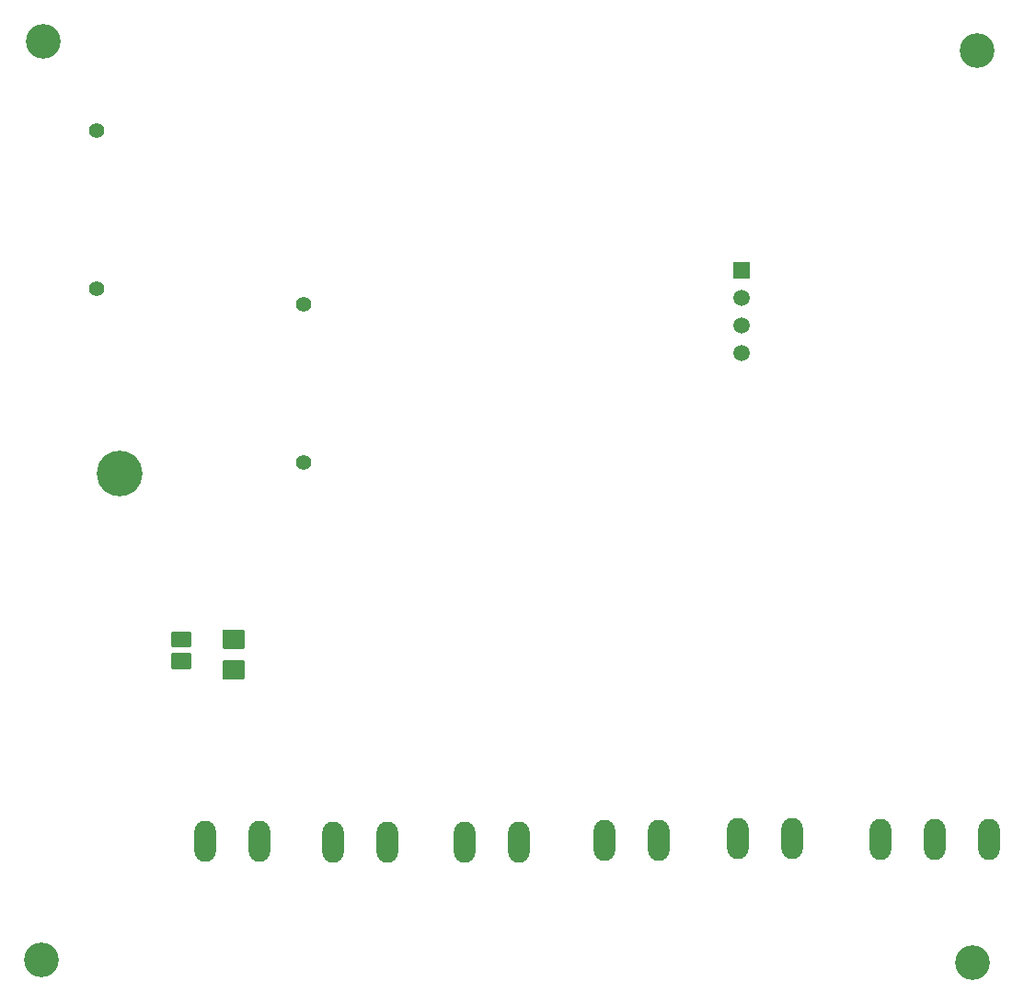
<source format=gbr>
%TF.GenerationSoftware,KiCad,Pcbnew,(5.1.9)-1*%
%TF.CreationDate,2021-09-03T15:16:11+00:00*%
%TF.ProjectId,CZTBoardV3,435a5442-6f61-4726-9456-332e6b696361,rev?*%
%TF.SameCoordinates,Original*%
%TF.FileFunction,Soldermask,Bot*%
%TF.FilePolarity,Negative*%
%FSLAX46Y46*%
G04 Gerber Fmt 4.6, Leading zero omitted, Abs format (unit mm)*
G04 Created by KiCad (PCBNEW (5.1.9)-1) date 2021-09-03 15:16:11*
%MOMM*%
%LPD*%
G01*
G04 APERTURE LIST*
%ADD10C,4.203200*%
%ADD11C,1.422400*%
%ADD12C,3.200000*%
%ADD13O,1.993900X3.784600*%
%ADD14C,1.500000*%
%ADD15R,1.500000X1.500000*%
G04 APERTURE END LIST*
D10*
%TO.C,U1*%
X124090000Y-109530000D03*
D11*
X122026400Y-92579500D03*
X122026400Y-77974500D03*
X141020000Y-108582500D03*
X141020000Y-93977500D03*
%TD*%
D12*
%TO.C,REF\u002A\u002A*%
X203030000Y-70660000D03*
%TD*%
%TO.C,REF\u002A\u002A*%
X116950000Y-154380000D03*
%TD*%
%TO.C,REF\u002A\u002A*%
X202620000Y-154620000D03*
%TD*%
%TO.C,REF\u002A\u002A*%
X117110000Y-69760000D03*
%TD*%
D13*
%TO.C,X6*%
X204090000Y-143240000D03*
X199090000Y-143240000D03*
X194090000Y-143240000D03*
%TD*%
%TO.C,X5*%
X185990000Y-143220000D03*
X180990000Y-143220000D03*
%TD*%
%TO.C,X4*%
X173690000Y-143320000D03*
X168690000Y-143320000D03*
%TD*%
%TO.C,X3*%
X160890000Y-143520000D03*
X155890000Y-143520000D03*
%TD*%
%TO.C,X2*%
X148790000Y-143520000D03*
X143790000Y-143520000D03*
%TD*%
%TO.C,X1*%
X136990000Y-143450000D03*
X131990000Y-143450000D03*
%TD*%
D14*
%TO.C,U4*%
X181350000Y-98440000D03*
X181350000Y-95900000D03*
X181350000Y-93360000D03*
D15*
X181350000Y-90820000D03*
%TD*%
%TO.C,R20*%
G36*
G01*
X135491500Y-128573600D02*
X133688500Y-128573600D01*
G75*
G02*
X133586900Y-128472000I0J101600D01*
G01*
X133586900Y-126872000D01*
G75*
G02*
X133688500Y-126770400I101600J0D01*
G01*
X135491500Y-126770400D01*
G75*
G02*
X135593100Y-126872000I0J-101600D01*
G01*
X135593100Y-128472000D01*
G75*
G02*
X135491500Y-128573600I-101600J0D01*
G01*
G37*
G36*
G01*
X135491500Y-125729600D02*
X133688500Y-125729600D01*
G75*
G02*
X133586900Y-125628000I0J101600D01*
G01*
X133586900Y-124028000D01*
G75*
G02*
X133688500Y-123926400I101600J0D01*
G01*
X135491500Y-123926400D01*
G75*
G02*
X135593100Y-124028000I0J-101600D01*
G01*
X135593100Y-125628000D01*
G75*
G02*
X135491500Y-125729600I-101600J0D01*
G01*
G37*
%TD*%
%TO.C,C10*%
G36*
G01*
X130590000Y-125601600D02*
X128990000Y-125601600D01*
G75*
G02*
X128888400Y-125500000I0J101600D01*
G01*
X128888400Y-124200000D01*
G75*
G02*
X128990000Y-124098400I101600J0D01*
G01*
X130590000Y-124098400D01*
G75*
G02*
X130691600Y-124200000I0J-101600D01*
G01*
X130691600Y-125500000D01*
G75*
G02*
X130590000Y-125601600I-101600J0D01*
G01*
G37*
G36*
G01*
X130590000Y-127601600D02*
X128990000Y-127601600D01*
G75*
G02*
X128888400Y-127500000I0J101600D01*
G01*
X128888400Y-126200000D01*
G75*
G02*
X128990000Y-126098400I101600J0D01*
G01*
X130590000Y-126098400D01*
G75*
G02*
X130691600Y-126200000I0J-101600D01*
G01*
X130691600Y-127500000D01*
G75*
G02*
X130590000Y-127601600I-101600J0D01*
G01*
G37*
%TD*%
M02*

</source>
